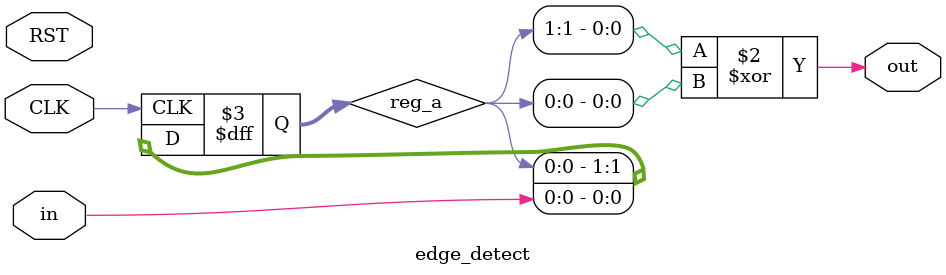
<source format=v>
`timescale 1ns / 1ps


module edge_detect(CLK, RST, in, out);
    input CLK;
    input RST;
    input in;
    output out;

    reg [1:0] reg_a;
   
    always @(posedge CLK) begin
       reg_a <= {reg_a[0],in};
   end
   
   assign out = reg_a[1] ^ reg_a[0];
endmodule

</source>
